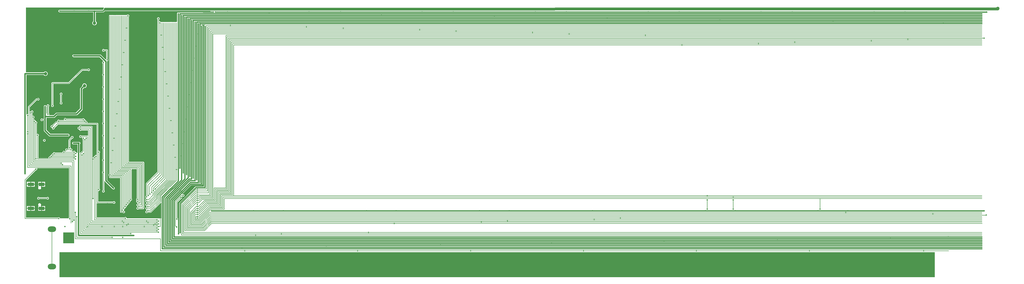
<source format=gbl>
G04*
G04 #@! TF.GenerationSoftware,Altium Limited,Altium Designer,18.1.7 (191)*
G04*
G04 Layer_Physical_Order=2*
G04 Layer_Color=16711680*
%FSLAX44Y44*%
%MOMM*%
G71*
G01*
G75*
%ADD10C,0.2000*%
%ADD90C,0.4000*%
%ADD91C,0.5000*%
%ADD92C,1.0000*%
%ADD145R,4.0000X4.0000*%
%ADD146O,3.0000X2.0000*%
%ADD147R,2.0000X1.2000*%
%ADD148R,2.3000X1.2000*%
%ADD149C,0.5080*%
%ADD150C,0.4800*%
%ADD151C,1.2000*%
%ADD152C,1.2700*%
%ADD153R,314.0000X9.0000*%
G36*
X559807Y1178730D02*
X558888Y1177532D01*
X558183Y1175829D01*
X557943Y1174001D01*
X557977Y1173745D01*
X555400Y1171168D01*
X555283Y1171145D01*
X555184Y1171078D01*
X527996D01*
X527756Y1171239D01*
X526000Y1171588D01*
X524244Y1171239D01*
X524004Y1171078D01*
X506816D01*
X506717Y1171145D01*
X505000Y1171486D01*
X503283Y1171145D01*
X503184Y1171078D01*
X454816D01*
X454717Y1171145D01*
X453000Y1171486D01*
X451283Y1171145D01*
X451184Y1171078D01*
X402816D01*
X402717Y1171145D01*
X401000Y1171486D01*
X399283Y1171145D01*
X397828Y1170172D01*
X396855Y1168717D01*
X396514Y1167000D01*
X396855Y1165283D01*
X397828Y1163828D01*
X399283Y1162855D01*
X401000Y1162514D01*
X402717Y1162855D01*
X402816Y1162922D01*
X451184D01*
X451283Y1162855D01*
X453000Y1162514D01*
X454717Y1162855D01*
X454816Y1162922D01*
X503184D01*
X503283Y1162855D01*
X505000Y1162514D01*
X506717Y1162855D01*
X506816Y1162922D01*
X521412D01*
Y1130563D01*
X520294Y1129706D01*
X519012Y1128035D01*
X518206Y1126088D01*
X517931Y1124000D01*
X518206Y1121911D01*
X519012Y1119966D01*
X520294Y1118294D01*
X521965Y1117012D01*
X523912Y1116206D01*
X526000Y1115931D01*
X528088Y1116206D01*
X530034Y1117012D01*
X531706Y1118294D01*
X532988Y1119966D01*
X533794Y1121911D01*
X534069Y1124000D01*
X533794Y1126088D01*
X532988Y1128035D01*
X531706Y1129706D01*
X530588Y1130563D01*
Y1162922D01*
X555184D01*
X555283Y1162855D01*
X557000Y1162514D01*
X558717Y1162855D01*
X560172Y1163828D01*
X561145Y1165283D01*
X561168Y1165400D01*
X563018Y1167250D01*
X563178Y1167183D01*
X565006Y1166943D01*
X941102Y1167060D01*
X942000Y1166162D01*
Y1162078D01*
X833000D01*
X832500Y1161979D01*
X832000Y1162078D01*
X830439Y1161768D01*
X830012Y1161482D01*
X829000Y1160946D01*
X827989Y1161482D01*
X827561Y1161768D01*
X826000Y1162078D01*
X826000D01*
X824439Y1161768D01*
X823116Y1160884D01*
X822232Y1159561D01*
X821921Y1158000D01*
Y1157000D01*
X821921Y1157000D01*
X821922Y1156999D01*
Y1128735D01*
X820652Y1127929D01*
X820000Y1128059D01*
X818829Y1127826D01*
X817837Y1127163D01*
X817163D01*
X816170Y1127826D01*
X815000Y1128059D01*
X813829Y1127826D01*
X812837Y1127163D01*
X812163D01*
X811170Y1127826D01*
X810000Y1128059D01*
X808829Y1127826D01*
X807837Y1127163D01*
X807163D01*
X806170Y1127826D01*
X805000Y1128059D01*
X803829Y1127826D01*
X802837Y1127163D01*
X802163D01*
X801170Y1127826D01*
X800000Y1128059D01*
X798829Y1127826D01*
X797837Y1127163D01*
X797163D01*
X796170Y1127826D01*
X795000Y1128059D01*
X793829Y1127826D01*
X792837Y1127163D01*
X792163D01*
X791171Y1127826D01*
X790000Y1128059D01*
X788829Y1127826D01*
X787837Y1127163D01*
X787163D01*
X786171Y1127826D01*
X785000Y1128059D01*
X783829Y1127826D01*
X783427Y1127557D01*
X782500Y1127268D01*
X781573Y1127557D01*
X781171Y1127826D01*
X780000Y1128059D01*
X778829Y1127826D01*
X777837Y1127163D01*
X777163D01*
X776171Y1127826D01*
X775000Y1128059D01*
X773829Y1127826D01*
X772837Y1127163D01*
X772163D01*
X771171Y1127826D01*
X770000Y1128059D01*
X768829Y1127826D01*
X767837Y1127163D01*
X767163D01*
X766171Y1127826D01*
X765000Y1128059D01*
X763829Y1127826D01*
X763652Y1127707D01*
X763273Y1128273D01*
X761771Y1129277D01*
X760000Y1129629D01*
X759329Y1129495D01*
X758059Y1130538D01*
Y1136583D01*
X758273Y1136727D01*
X759277Y1138229D01*
X759629Y1140000D01*
X759277Y1141771D01*
X758273Y1143273D01*
X756771Y1144277D01*
X755000Y1144629D01*
X753229Y1144277D01*
X751727Y1143273D01*
X750723Y1141771D01*
X750371Y1140000D01*
X750723Y1138229D01*
X751727Y1136727D01*
X751941Y1136584D01*
X751941Y589267D01*
X710837Y548163D01*
X710174Y547170D01*
X709941Y546000D01*
X709941Y546000D01*
Y502416D01*
X709727Y502273D01*
X708723Y500771D01*
X708371Y499000D01*
X708723Y497229D01*
X709727Y495727D01*
X710420Y495264D01*
Y493736D01*
X709727Y493273D01*
X708723Y491771D01*
X708371Y490000D01*
X708723Y488229D01*
X709727Y486727D01*
Y486273D01*
X708723Y484771D01*
X708371Y483000D01*
X708723Y481229D01*
X709727Y479727D01*
X711229Y478723D01*
X712657Y478439D01*
X712371Y477000D01*
X712657Y475561D01*
X711229Y475277D01*
X709727Y474273D01*
X708723Y472771D01*
X708371Y471000D01*
X708723Y469229D01*
X709727Y467727D01*
X711229Y466723D01*
X711761Y466617D01*
X712723Y465771D01*
X712620Y465250D01*
X712371Y464000D01*
X712657Y462561D01*
X711229Y462277D01*
X709727Y461273D01*
X708723Y459771D01*
X708371Y458000D01*
X708723Y456229D01*
X709727Y454727D01*
X711229Y453723D01*
X711761Y453617D01*
X712723Y452771D01*
X712620Y452250D01*
X712371Y451000D01*
X712657Y449561D01*
X711229Y449277D01*
X709727Y448273D01*
X708723Y446771D01*
X708371Y445000D01*
X708723Y443229D01*
X709727Y441727D01*
X711229Y440723D01*
X713000Y440371D01*
X714771Y440723D01*
X716273Y441727D01*
X716416Y441941D01*
X727000D01*
X727000Y441941D01*
X728170Y442174D01*
X729163Y442837D01*
X763748Y477423D01*
X764922Y476937D01*
Y421820D01*
X641777D01*
X641629Y422000D01*
X641277Y423771D01*
X640273Y425273D01*
X638771Y426277D01*
X637000Y426629D01*
X635229Y426277D01*
X633727Y425273D01*
X633584Y425059D01*
X534059D01*
Y475278D01*
X535329Y476075D01*
X536000Y475941D01*
X592584D01*
X592727Y475727D01*
X594229Y474723D01*
X596000Y474371D01*
X597771Y474723D01*
X599273Y475727D01*
X600277Y477229D01*
X600629Y479000D01*
X600277Y480771D01*
X599273Y482273D01*
X597771Y483277D01*
X596000Y483629D01*
X594229Y483277D01*
X592727Y482273D01*
X592584Y482059D01*
X539059D01*
Y519462D01*
X540329Y520504D01*
X541000Y520371D01*
X542771Y520723D01*
X544273Y521727D01*
X545277Y523229D01*
X545629Y525000D01*
X545277Y526771D01*
X544273Y528273D01*
X544059Y528416D01*
Y656584D01*
X544273Y656727D01*
X545277Y658229D01*
X545629Y660000D01*
X545277Y661771D01*
X544273Y663273D01*
X542771Y664277D01*
X541000Y664629D01*
X540329Y664495D01*
X539059Y665538D01*
Y762000D01*
X538826Y763170D01*
X538163Y764163D01*
X537170Y764826D01*
X536000Y765059D01*
X501538D01*
X500495Y766329D01*
X500629Y767000D01*
X500277Y768771D01*
X499273Y770273D01*
X497771Y771277D01*
X496818Y771466D01*
X495885Y771885D01*
X495466Y772818D01*
X495277Y773771D01*
X494273Y775273D01*
X492771Y776277D01*
X491000Y776629D01*
X490629Y777000D01*
X490277Y778771D01*
X489273Y780273D01*
X487771Y781277D01*
X486000Y781629D01*
X484229Y781277D01*
X482727Y780273D01*
X482584Y780059D01*
X425085D01*
X424273Y781273D01*
X422771Y782277D01*
X421000Y782629D01*
X419229Y782277D01*
X417727Y781273D01*
X416723Y779771D01*
X416371Y778000D01*
X416703Y776329D01*
X416677Y776029D01*
X416158Y775059D01*
X400416D01*
X400273Y775273D01*
X398771Y776277D01*
X397000Y776629D01*
X395229Y776277D01*
X393727Y775273D01*
X392723Y773771D01*
X392371Y772000D01*
X392505Y771329D01*
X391462Y770059D01*
X388000D01*
X386829Y769826D01*
X385837Y769163D01*
X385837Y769163D01*
X373253Y756579D01*
X373000Y756629D01*
X371229Y756277D01*
X369727Y755273D01*
X368723Y753771D01*
X368371Y752000D01*
X368723Y750229D01*
X369727Y748727D01*
X371229Y747723D01*
X372545Y747461D01*
X373423Y746259D01*
X373371Y746000D01*
X373723Y744229D01*
X374727Y742727D01*
X376229Y741723D01*
X378000Y741371D01*
X379771Y741723D01*
X381273Y742727D01*
X382277Y744229D01*
X382629Y746000D01*
X382579Y746253D01*
X395267Y758941D01*
X532941D01*
Y650538D01*
X531671Y649495D01*
X531000Y649629D01*
X529229Y649277D01*
X527727Y648273D01*
X526723Y646771D01*
X526534Y645818D01*
X526115Y644885D01*
X525182Y644466D01*
X524229Y644277D01*
X522727Y643273D01*
X521723Y641771D01*
X521376Y640025D01*
X520265Y639548D01*
X519059Y640538D01*
Y751000D01*
X519059Y751000D01*
X518826Y752170D01*
X518163Y753163D01*
X517170Y753826D01*
X516000Y754059D01*
X479417D01*
X479273Y754273D01*
X477771Y755277D01*
X476000Y755629D01*
X474229Y755277D01*
X472727Y754273D01*
X471723Y752771D01*
X471496Y751626D01*
X470259Y750577D01*
X470000Y750629D01*
X468229Y750277D01*
X466727Y749273D01*
X465723Y747772D01*
X465371Y746000D01*
X465723Y744229D01*
X466727Y742727D01*
X468229Y741723D01*
X470000Y741371D01*
X470259Y741423D01*
X471461Y740545D01*
X471723Y739229D01*
X472727Y737727D01*
X474229Y736723D01*
X476000Y736371D01*
X477771Y736723D01*
X479273Y737727D01*
X479416Y737941D01*
X502941D01*
Y719722D01*
X501671Y718925D01*
X501000Y719059D01*
X500500Y718959D01*
X500000Y719059D01*
X479416D01*
X479273Y719273D01*
X477771Y720277D01*
X476000Y720629D01*
X474229Y720277D01*
X472727Y719273D01*
X471723Y717771D01*
X471371Y716000D01*
X471723Y714229D01*
X472727Y712727D01*
X474229Y711723D01*
X476000Y711371D01*
X477771Y711723D01*
X479273Y712727D01*
X479416Y712941D01*
X481158D01*
X481677Y711971D01*
X481703Y711671D01*
X481371Y710000D01*
X481723Y708229D01*
X482727Y706727D01*
X482941Y706584D01*
Y665267D01*
X474858Y657184D01*
X473588Y657710D01*
Y688269D01*
X474273Y688727D01*
X475277Y690229D01*
X475629Y692000D01*
X475277Y693771D01*
X474273Y695273D01*
X472771Y696277D01*
X471000Y696629D01*
X469897Y696410D01*
X469000Y696588D01*
X450205D01*
X450000Y696629D01*
X448229Y696277D01*
X446727Y695273D01*
X445723Y693771D01*
X445371Y692000D01*
X445723Y690229D01*
X446727Y688727D01*
X448229Y687723D01*
X450000Y687371D01*
X450205Y687412D01*
X464412D01*
Y657184D01*
X464035Y657047D01*
X463142Y656973D01*
X462273Y658273D01*
X460771Y659277D01*
X459000Y659629D01*
X458741Y659577D01*
X457504Y660626D01*
X457277Y661771D01*
X456273Y663273D01*
X454771Y664277D01*
X453000Y664629D01*
X451229Y664277D01*
X449727Y663273D01*
X449584Y663059D01*
X445063D01*
X444677Y664329D01*
X445273Y664727D01*
X446277Y666229D01*
X446629Y668000D01*
X446277Y669771D01*
X445273Y671273D01*
X443772Y672277D01*
X442000Y672629D01*
X441312Y672492D01*
X440991Y672720D01*
X440350Y673596D01*
X440629Y675000D01*
X440277Y676771D01*
X439273Y678273D01*
X439059Y678416D01*
Y701733D01*
X445747Y708421D01*
X446000Y708371D01*
X447771Y708723D01*
X449273Y709727D01*
X450277Y711229D01*
X450629Y713000D01*
X450277Y714771D01*
X449273Y716273D01*
X447771Y717277D01*
X446000Y717629D01*
X444229Y717277D01*
X442727Y716273D01*
X441723Y714771D01*
X441371Y713000D01*
X441421Y712747D01*
X433837Y705163D01*
X433174Y704171D01*
X432941Y703000D01*
X432941Y703000D01*
Y678416D01*
X432727Y678273D01*
X431723Y676771D01*
X431371Y675000D01*
X431723Y673229D01*
X432325Y672329D01*
X431646Y671059D01*
X429416D01*
X429273Y671273D01*
X427771Y672277D01*
X426000Y672629D01*
X424229Y672277D01*
X422727Y671273D01*
X421723Y669771D01*
X421371Y668000D01*
X421723Y666229D01*
X422727Y664727D01*
X423323Y664329D01*
X422937Y663059D01*
X419417D01*
X419273Y663273D01*
X417771Y664277D01*
X416000Y664629D01*
X414229Y664277D01*
X412727Y663273D01*
X411723Y661771D01*
X411371Y660000D01*
X411505Y659329D01*
X410462Y658059D01*
X384417D01*
X384273Y658273D01*
X382771Y659277D01*
X381000Y659629D01*
X379229Y659277D01*
X377727Y658273D01*
X376723Y656771D01*
X376371Y655000D01*
X375182Y654466D01*
X374229Y654277D01*
X372727Y653273D01*
X371723Y651771D01*
X371534Y650818D01*
X371000Y649629D01*
X369229Y649277D01*
X367727Y648273D01*
X366723Y646771D01*
X366371Y645000D01*
X365182Y644466D01*
X364229Y644277D01*
X362727Y643273D01*
X361723Y641771D01*
X361371Y640000D01*
X361505Y639329D01*
X360462Y638059D01*
X325059D01*
Y717584D01*
X325273Y717727D01*
X326277Y719229D01*
X326629Y721000D01*
X326277Y722771D01*
X325273Y724273D01*
X323771Y725277D01*
X322000Y725629D01*
X320329Y725296D01*
X320029Y725323D01*
X319059Y725842D01*
Y762584D01*
X319273Y762727D01*
X320277Y764229D01*
X320629Y766000D01*
X320277Y767771D01*
X319273Y769273D01*
X317771Y770277D01*
X316000Y770629D01*
X315466Y771818D01*
X315277Y772771D01*
X314273Y774273D01*
X312771Y775277D01*
X311000Y775629D01*
X310329Y775496D01*
X309059Y776538D01*
Y782584D01*
X309273Y782727D01*
X310277Y784229D01*
X310629Y786000D01*
X310277Y787771D01*
X309273Y789273D01*
X307771Y790277D01*
X306000Y790629D01*
X305329Y790495D01*
X304059Y791538D01*
Y800915D01*
X305273Y801727D01*
X306277Y803229D01*
X306629Y805000D01*
X306277Y806771D01*
X305273Y808273D01*
X303771Y809277D01*
X302000Y809629D01*
X300229Y809277D01*
X298727Y808273D01*
X297723Y806771D01*
X297439Y805343D01*
X296000Y805629D01*
X295329Y805495D01*
X294059Y806538D01*
Y821733D01*
X319267Y846941D01*
X320584D01*
X320727Y846727D01*
X322229Y845723D01*
X324000Y845371D01*
X325771Y845723D01*
X327273Y846727D01*
X328277Y848229D01*
X328629Y850000D01*
X328277Y851771D01*
X327273Y853273D01*
X325771Y854277D01*
X324000Y854629D01*
X322229Y854277D01*
X320727Y853273D01*
X320584Y853059D01*
X318000D01*
X316829Y852826D01*
X315837Y852163D01*
X315837Y852163D01*
X288837Y825163D01*
X288174Y824171D01*
X287941Y823000D01*
X287941Y823000D01*
Y797538D01*
X286671Y796495D01*
X286000Y796629D01*
X284229Y796277D01*
X282858Y795361D01*
X282260Y795512D01*
X281588Y795855D01*
Y937412D01*
X343437D01*
X344294Y936294D01*
X345965Y935012D01*
X347912Y934206D01*
X350000Y933931D01*
X352088Y934206D01*
X354035Y935012D01*
X355706Y936294D01*
X356988Y937965D01*
X357794Y939912D01*
X358069Y942000D01*
X357794Y944088D01*
X356988Y946034D01*
X355706Y947706D01*
X354035Y948988D01*
X352088Y949794D01*
X350000Y950069D01*
X347912Y949794D01*
X345965Y948988D01*
X344294Y947706D01*
X343437Y946588D01*
X280000D01*
Y1180000D01*
X559404Y1180000D01*
X559807Y1178730D01*
D02*
G37*
G36*
X923576Y1116652D02*
X923268Y1116267D01*
X922906Y1116306D01*
X922000Y1116486D01*
X920283Y1116145D01*
X918828Y1115172D01*
X917855Y1113717D01*
X917514Y1112000D01*
X917855Y1110283D01*
X917922Y1110184D01*
Y537078D01*
X890000D01*
X888439Y536768D01*
X887116Y535884D01*
X887116Y535884D01*
X830116Y478884D01*
X829232Y477561D01*
X828922Y476000D01*
X828922Y476000D01*
Y421820D01*
X825152D01*
X824059Y422946D01*
Y479733D01*
X835866Y491540D01*
X836000Y491514D01*
X837717Y491855D01*
X839172Y492828D01*
X840145Y494283D01*
X840486Y496000D01*
X840145Y497717D01*
X839172Y499172D01*
X838646Y499524D01*
X838581Y499766D01*
X839270Y500941D01*
X840752D01*
X840828Y500828D01*
X842283Y499855D01*
X844000Y499514D01*
X845717Y499855D01*
X847172Y500828D01*
X848145Y502283D01*
X848486Y504000D01*
X848145Y505717D01*
X847172Y507172D01*
X845717Y508145D01*
X844000Y508486D01*
X842283Y508145D01*
X841600Y507688D01*
X841327Y507763D01*
X840952Y509184D01*
X872689Y540922D01*
X910000D01*
X911561Y541232D01*
X912884Y542116D01*
X913768Y543439D01*
X914078Y545000D01*
X914078Y1110184D01*
X914145Y1110283D01*
X914486Y1112000D01*
X914145Y1113717D01*
X913172Y1115172D01*
X911717Y1116145D01*
X910000Y1116486D01*
X909659Y1116418D01*
X909420Y1116937D01*
X910104Y1117922D01*
X922966D01*
X923576Y1116652D01*
D02*
G37*
G36*
X433941Y423416D02*
X433727Y423273D01*
X432756Y421820D01*
X402466D01*
X402277Y422771D01*
X401273Y424273D01*
X399771Y425277D01*
X398000Y425629D01*
X396229Y425277D01*
X394727Y424273D01*
X394584Y424059D01*
X280059D01*
Y558733D01*
X315747Y594421D01*
X316000Y594371D01*
X317771Y594723D01*
X319273Y595727D01*
X320277Y597229D01*
X320629Y599000D01*
X320297Y600671D01*
X320323Y600971D01*
X320842Y601941D01*
X433941D01*
Y423416D01*
D02*
G37*
%LPC*%
G36*
X646000Y1154629D02*
X644229Y1154277D01*
X642727Y1153273D01*
X642349Y1152707D01*
X642170Y1152826D01*
X641000Y1153059D01*
X639829Y1152826D01*
X638837Y1152163D01*
X638163D01*
X637170Y1152826D01*
X636000Y1153059D01*
X634829Y1152826D01*
X633837Y1152163D01*
X633163D01*
X632170Y1152826D01*
X631000Y1153059D01*
X629829Y1152826D01*
X628837Y1152163D01*
X628163D01*
X627170Y1152826D01*
X626000Y1153059D01*
X624829Y1152826D01*
X623837Y1152163D01*
X623163D01*
X622170Y1152826D01*
X621000Y1153059D01*
X619829Y1152826D01*
X618837Y1152163D01*
X618163D01*
X617170Y1152826D01*
X616000Y1153059D01*
X614829Y1152826D01*
X614427Y1152557D01*
X613500Y1152268D01*
X612573Y1152557D01*
X612170Y1152826D01*
X611000Y1153059D01*
X609829Y1152826D01*
X608837Y1152163D01*
X608163D01*
X607170Y1152826D01*
X606000Y1153059D01*
X604829Y1152826D01*
X603837Y1152163D01*
X603163D01*
X602170Y1152826D01*
X601000Y1153059D01*
X599829Y1152826D01*
X598837Y1152163D01*
X598163D01*
X597170Y1152826D01*
X596000Y1153059D01*
X594829Y1152826D01*
X593837Y1152163D01*
X593163D01*
X592170Y1152826D01*
X591000Y1153059D01*
X589829Y1152826D01*
X588837Y1152163D01*
X588163D01*
X587170Y1152826D01*
X586000Y1153059D01*
X584829Y1152826D01*
X584427Y1152557D01*
X583500Y1152268D01*
X582573Y1152557D01*
X582170Y1152826D01*
X581000Y1153059D01*
X579829Y1152826D01*
X578837Y1152163D01*
X578174Y1151171D01*
X577941Y1150000D01*
X577941Y581416D01*
X577727Y581273D01*
X576723Y579771D01*
X576371Y578000D01*
X576723Y576228D01*
X577727Y574727D01*
X577941Y574584D01*
Y570000D01*
X578174Y568829D01*
X578837Y567837D01*
X579829Y567174D01*
X581000Y566941D01*
X617941D01*
Y445000D01*
X618174Y443829D01*
X618837Y442837D01*
X619829Y442174D01*
X621000Y441941D01*
X627584D01*
X627727Y441727D01*
X629229Y440723D01*
X631000Y440371D01*
X632771Y440723D01*
X634273Y441727D01*
X635277Y443229D01*
X635629Y445000D01*
X635277Y446771D01*
X634273Y448273D01*
X632771Y449277D01*
X631455Y449538D01*
X630578Y450741D01*
X630629Y451000D01*
X630391Y452197D01*
X630888Y453155D01*
X631340Y453439D01*
X632771Y453723D01*
X634273Y454727D01*
X635277Y456229D01*
X635629Y458000D01*
X635577Y458259D01*
X636455Y459462D01*
X637771Y459723D01*
X639273Y460727D01*
X640277Y462229D01*
X640629Y464000D01*
X640391Y465197D01*
X640888Y466155D01*
X641340Y466439D01*
X642771Y466723D01*
X644273Y467727D01*
X645277Y469229D01*
X645629Y471000D01*
X645577Y471259D01*
X646455Y472462D01*
X647771Y472723D01*
X649273Y473727D01*
X650277Y475229D01*
X650629Y477000D01*
X650391Y478197D01*
X650888Y479155D01*
X651340Y479439D01*
X652771Y479723D01*
X654273Y480727D01*
X655277Y482229D01*
X655629Y484000D01*
X655577Y484259D01*
X656626Y485496D01*
X657771Y485723D01*
X659273Y486727D01*
X660277Y488229D01*
X660629Y490000D01*
X660277Y491771D01*
X659273Y493273D01*
X659059Y493416D01*
Y598000D01*
X659831Y598941D01*
X676941D01*
Y493416D01*
X676727Y493273D01*
X675723Y491771D01*
X675371Y490000D01*
X675723Y488229D01*
X676727Y486727D01*
Y486273D01*
X675723Y484771D01*
X675371Y483000D01*
X675723Y481229D01*
X676727Y479727D01*
X678229Y478723D01*
X679545Y478462D01*
X680423Y477259D01*
X680371Y477000D01*
X680620Y475750D01*
X680723Y475229D01*
X679761Y474383D01*
X679229Y474277D01*
X677727Y473273D01*
X676723Y471771D01*
X676371Y470000D01*
X676723Y468229D01*
X677727Y466727D01*
X679229Y465723D01*
X680657Y465439D01*
X680371Y464000D01*
X680657Y462561D01*
X679229Y462277D01*
X677727Y461273D01*
X676723Y459771D01*
X676371Y458000D01*
X676723Y456229D01*
X677727Y454727D01*
X679229Y453723D01*
X681000Y453371D01*
X682771Y453723D01*
X684273Y454727D01*
X684416Y454941D01*
X701000D01*
X702170Y455174D01*
X703163Y455837D01*
X703826Y456829D01*
X704059Y458000D01*
Y622000D01*
X703826Y623171D01*
X703163Y624163D01*
X702170Y624826D01*
X701000Y625059D01*
X649059D01*
Y1146583D01*
X649273Y1146727D01*
X650277Y1148229D01*
X650629Y1150000D01*
X650277Y1151771D01*
X649273Y1153273D01*
X647771Y1154277D01*
X646000Y1154629D01*
D02*
G37*
G36*
X558000Y1030629D02*
X556229Y1030277D01*
X554727Y1029273D01*
X553723Y1027771D01*
X553371Y1026000D01*
X553723Y1024229D01*
X554727Y1022727D01*
X556229Y1021723D01*
X558000Y1021371D01*
X559771Y1021723D01*
X561273Y1022727D01*
X561416Y1022941D01*
X567941D01*
Y995416D01*
X567727Y995273D01*
X566723Y993771D01*
X566653Y993419D01*
X565438Y993051D01*
X549244Y1009244D01*
X547756Y1010239D01*
X546000Y1010588D01*
X451205D01*
X451000Y1010629D01*
X449229Y1010277D01*
X447727Y1009273D01*
X446723Y1007771D01*
X446371Y1006000D01*
X446723Y1004229D01*
X447727Y1002727D01*
X449229Y1001723D01*
X451000Y1001371D01*
X451205Y1001412D01*
X544100D01*
X557656Y987855D01*
X557238Y986477D01*
X556229Y986277D01*
X554727Y985273D01*
X553723Y983771D01*
X553371Y982000D01*
X553723Y980229D01*
X554727Y978727D01*
X554941Y978584D01*
Y941416D01*
X554727Y941273D01*
X553723Y939771D01*
X553371Y938000D01*
X553723Y936229D01*
X554727Y934727D01*
X554941Y934584D01*
Y897416D01*
X554727Y897273D01*
X553723Y895771D01*
X553371Y894000D01*
X553723Y892228D01*
X554727Y890727D01*
X554941Y890583D01*
Y853416D01*
X554727Y853273D01*
X553723Y851771D01*
X553371Y850000D01*
X553723Y848229D01*
X554727Y846727D01*
X554941Y846583D01*
Y809416D01*
X554727Y809273D01*
X553723Y807771D01*
X553371Y806000D01*
X553723Y804229D01*
X554727Y802727D01*
X554941Y802583D01*
Y766416D01*
X554727Y766273D01*
X553723Y764771D01*
X553371Y763000D01*
X553723Y761229D01*
X554727Y759727D01*
X554941Y759584D01*
Y722416D01*
X554727Y722273D01*
X553723Y720771D01*
X553371Y719000D01*
X553723Y717228D01*
X554727Y715727D01*
X554941Y715583D01*
Y678416D01*
X554727Y678273D01*
X553723Y676771D01*
X553371Y675000D01*
X553723Y673229D01*
X554727Y671727D01*
X554941Y671583D01*
Y634416D01*
X554727Y634273D01*
X553723Y632771D01*
X553371Y631000D01*
X553723Y629229D01*
X554727Y627727D01*
X554941Y627584D01*
Y590416D01*
X554727Y590273D01*
X553723Y588771D01*
X553371Y587000D01*
X553723Y585229D01*
X554727Y583727D01*
X554941Y583583D01*
Y522416D01*
X554727Y522273D01*
X553723Y520771D01*
X553371Y519000D01*
X553723Y517229D01*
X554727Y515727D01*
X556229Y514723D01*
X558000Y514371D01*
X559771Y514723D01*
X561273Y515727D01*
X562277Y517229D01*
X562629Y519000D01*
X562277Y520771D01*
X561273Y522273D01*
X561059Y522416D01*
Y582350D01*
X561174Y582543D01*
X562412Y581779D01*
Y557000D01*
X562412Y557000D01*
X562761Y555244D01*
X563756Y553756D01*
X590611Y526901D01*
X590727Y526727D01*
X592229Y525723D01*
X594000Y525371D01*
X595771Y525723D01*
X597273Y526727D01*
X598277Y528229D01*
X598629Y530000D01*
X598277Y531771D01*
X597273Y533273D01*
X597099Y533389D01*
X571588Y558900D01*
X571588Y985000D01*
X571360Y986148D01*
X572027Y987458D01*
X572196Y987609D01*
X572771Y987723D01*
X574273Y988727D01*
X575277Y990229D01*
X575629Y992000D01*
X575277Y993771D01*
X574273Y995273D01*
X574059Y995416D01*
Y1026000D01*
X573826Y1027170D01*
X573163Y1028163D01*
X572170Y1028826D01*
X571000Y1029059D01*
X561416D01*
X561273Y1029273D01*
X559771Y1030277D01*
X558000Y1030629D01*
D02*
G37*
G36*
X505000Y960629D02*
X503229Y960277D01*
X501727Y959273D01*
X501584Y959059D01*
X482000D01*
X482000Y959059D01*
X480829Y958826D01*
X479837Y958163D01*
X432733Y911059D01*
X375000D01*
X373829Y910826D01*
X372837Y910163D01*
X372174Y909171D01*
X371941Y908000D01*
Y830416D01*
X371727Y830273D01*
X370723Y828771D01*
X370371Y827000D01*
X370723Y825229D01*
X371727Y823727D01*
X373229Y822723D01*
X375000Y822371D01*
X376771Y822723D01*
X378273Y823727D01*
X379277Y825229D01*
X379629Y827000D01*
X379277Y828771D01*
X378273Y830273D01*
X378059Y830416D01*
Y904941D01*
X434000D01*
X434000Y904941D01*
X435171Y905174D01*
X436163Y905837D01*
X483267Y952941D01*
X501584D01*
X501727Y952727D01*
X503229Y951723D01*
X505000Y951371D01*
X506771Y951723D01*
X508273Y952727D01*
X509277Y954229D01*
X509629Y956000D01*
X509277Y957771D01*
X508273Y959273D01*
X506771Y960277D01*
X505000Y960629D01*
D02*
G37*
G36*
X490000Y907069D02*
X487912Y906794D01*
X485965Y905988D01*
X484294Y904706D01*
X483012Y903035D01*
X482206Y901088D01*
X481931Y899000D01*
X482115Y897604D01*
X475756Y891244D01*
X474761Y889756D01*
X474412Y888000D01*
Y816900D01*
X459100Y801588D01*
X390000D01*
X388244Y801239D01*
X386756Y800244D01*
X379100Y792588D01*
X363708D01*
X363029Y793858D01*
X363277Y794229D01*
X363629Y796000D01*
X363277Y797771D01*
X362273Y799273D01*
X362059Y799416D01*
Y823584D01*
X362273Y823727D01*
X363277Y825229D01*
X363629Y827000D01*
X363277Y828771D01*
X362273Y830273D01*
X360771Y831277D01*
X359000Y831629D01*
X357229Y831277D01*
X355727Y830273D01*
X354723Y828771D01*
X354371Y827000D01*
X354723Y825229D01*
X355727Y823727D01*
X355941Y823584D01*
Y799416D01*
X355727Y799273D01*
X354858Y797973D01*
X353965Y798047D01*
X353588Y798184D01*
Y823795D01*
X353629Y824000D01*
X353277Y825771D01*
X352273Y827273D01*
X350771Y828277D01*
X349000Y828629D01*
X347229Y828277D01*
X345727Y827273D01*
X344723Y825771D01*
X344371Y824000D01*
X344412Y823795D01*
Y788000D01*
Y779059D01*
X340416D01*
X340273Y779273D01*
X338772Y780277D01*
X337000Y780629D01*
X335229Y780277D01*
X333727Y779273D01*
X332723Y777771D01*
X332371Y776000D01*
X332723Y774229D01*
X333727Y772727D01*
X335229Y771723D01*
X337000Y771371D01*
X338772Y771723D01*
X340273Y772727D01*
X340416Y772941D01*
X344412D01*
Y738000D01*
X344761Y736244D01*
X345756Y734756D01*
X362756Y717756D01*
X364244Y716761D01*
X366000Y716412D01*
X420795D01*
X421000Y716371D01*
X421205Y716412D01*
X431795D01*
X432000Y716371D01*
X433771Y716723D01*
X435273Y717727D01*
X436277Y719229D01*
X436629Y721000D01*
X436277Y722772D01*
X435273Y724273D01*
X433771Y725277D01*
X432000Y725629D01*
X431795Y725588D01*
X421205D01*
X421000Y725629D01*
X420795Y725588D01*
X367901D01*
X353588Y739901D01*
Y783412D01*
X381000D01*
X382756Y783761D01*
X384244Y784756D01*
X391900Y792412D01*
X460795D01*
X461000Y792371D01*
X462771Y792723D01*
X464273Y793727D01*
X464389Y793901D01*
X482244Y811756D01*
X482244Y811756D01*
X483239Y813244D01*
X483588Y815000D01*
Y886099D01*
X488604Y891115D01*
X490000Y890931D01*
X492088Y891206D01*
X494035Y892012D01*
X495706Y893294D01*
X496988Y894966D01*
X497794Y896912D01*
X498069Y899000D01*
X497794Y901088D01*
X496988Y903035D01*
X495706Y904706D01*
X494035Y905988D01*
X492088Y906794D01*
X490000Y907069D01*
D02*
G37*
G36*
X406000Y873629D02*
X404229Y873277D01*
X402727Y872273D01*
X401723Y870771D01*
X401371Y869000D01*
X401723Y867229D01*
X402727Y865727D01*
X402941Y865584D01*
Y839416D01*
X402727Y839273D01*
X401723Y837771D01*
X401371Y836000D01*
X401723Y834229D01*
X402727Y832727D01*
X404229Y831723D01*
X406000Y831371D01*
X407771Y831723D01*
X409273Y832727D01*
X410277Y834229D01*
X410629Y836000D01*
X410277Y837771D01*
X409273Y839273D01*
X409059Y839416D01*
Y865583D01*
X409273Y865727D01*
X410277Y867229D01*
X410629Y869000D01*
X410277Y870771D01*
X409273Y872273D01*
X407771Y873277D01*
X406000Y873629D01*
D02*
G37*
G36*
X346000Y706629D02*
X344229Y706277D01*
X342727Y705273D01*
X341723Y703771D01*
X341371Y702000D01*
X341723Y700229D01*
X342727Y698727D01*
X344229Y697723D01*
X346000Y697371D01*
X347771Y697723D01*
X349273Y698727D01*
X350277Y700229D01*
X350629Y702000D01*
X350277Y703771D01*
X349273Y705273D01*
X347771Y706277D01*
X346000Y706629D01*
D02*
G37*
G36*
X348900Y552740D02*
X337630D01*
Y545470D01*
X348900D01*
Y552740D01*
D02*
G37*
G36*
X335090D02*
X323820D01*
Y545470D01*
X335090D01*
Y552740D01*
D02*
G37*
G36*
X311800D02*
X299030D01*
Y545470D01*
X311800D01*
Y552740D01*
D02*
G37*
G36*
X296490D02*
X283720D01*
Y545470D01*
X296490D01*
Y552740D01*
D02*
G37*
G36*
X348900Y542930D02*
X337630D01*
Y535660D01*
X348900D01*
Y542930D01*
D02*
G37*
G36*
X311800D02*
X299030D01*
Y535660D01*
X311800D01*
Y542930D01*
D02*
G37*
G36*
X296490D02*
X283720D01*
Y535660D01*
X296490D01*
Y542930D01*
D02*
G37*
G36*
X335090D02*
X323820D01*
Y535660D01*
X324603D01*
X325141Y534390D01*
X324245Y533049D01*
X323838Y531000D01*
X324245Y528952D01*
X325405Y527215D01*
X327142Y526055D01*
X329190Y525647D01*
X331239Y526055D01*
X332975Y527215D01*
X334136Y528952D01*
X334543Y531000D01*
X334136Y533049D01*
X333239Y534390D01*
X333778Y535660D01*
X335090D01*
Y542930D01*
D02*
G37*
G36*
X358000Y498629D02*
X356229Y498277D01*
X354727Y497273D01*
X354584Y497059D01*
X328416D01*
X328273Y497273D01*
X326771Y498277D01*
X325000Y498629D01*
X323229Y498277D01*
X321727Y497273D01*
X320723Y495771D01*
X320371Y494000D01*
X320723Y492229D01*
X321727Y490727D01*
X323229Y489723D01*
X325000Y489371D01*
X326771Y489723D01*
X328273Y490727D01*
X328416Y490941D01*
X354584D01*
X354727Y490727D01*
X356229Y489723D01*
X358000Y489371D01*
X359771Y489723D01*
X361273Y490727D01*
X362277Y492229D01*
X362629Y494000D01*
X362277Y495771D01*
X361273Y497273D01*
X359771Y498277D01*
X358000Y498629D01*
D02*
G37*
G36*
X348900Y466240D02*
X337630D01*
Y458970D01*
X348900D01*
Y466240D01*
D02*
G37*
G36*
X329190Y476353D02*
X327142Y475946D01*
X325405Y474785D01*
X324245Y473049D01*
X323838Y471000D01*
X324245Y468952D01*
X325208Y467510D01*
X324753Y466240D01*
X323820D01*
Y458970D01*
X335090D01*
Y466240D01*
X333628D01*
X333172Y467510D01*
X334136Y468952D01*
X334543Y471000D01*
X334136Y473049D01*
X332975Y474785D01*
X331239Y475946D01*
X329190Y476353D01*
D02*
G37*
G36*
X311800Y466240D02*
X299030D01*
Y458970D01*
X311800D01*
Y466240D01*
D02*
G37*
G36*
X296490D02*
X283720D01*
Y458970D01*
X296490D01*
Y466240D01*
D02*
G37*
G36*
X348900Y456430D02*
X337630D01*
Y449160D01*
X348900D01*
Y456430D01*
D02*
G37*
G36*
X335090D02*
X323820D01*
Y449160D01*
X335090D01*
Y456430D01*
D02*
G37*
G36*
X311800D02*
X299030D01*
Y449160D01*
X311800D01*
Y456430D01*
D02*
G37*
G36*
X296490D02*
X283720D01*
Y449160D01*
X296490D01*
Y456430D01*
D02*
G37*
%LPD*%
D10*
X707000Y553000D02*
X708000D01*
X666000Y432000D02*
X762000D01*
X597000Y392000D02*
X704000D01*
X428000Y757000D02*
X437000D01*
X373000Y382000D02*
X373000D01*
X707000Y525000D02*
Y553000D01*
Y506000D02*
Y525000D01*
X666000Y526000D02*
Y535000D01*
Y432000D02*
Y526000D01*
X531000Y422000D02*
X637000D01*
X491000Y704000D02*
X491000D01*
X481000Y649000D02*
X481000D01*
X1025000Y503000D02*
X3709000D01*
X3532000Y438000D02*
X3533000Y439000D01*
X891000Y464000D02*
X896000D01*
X511000Y407000D02*
X750000D01*
X397000Y421000D02*
X398000Y420000D01*
X277000Y421000D02*
X397000D01*
X277000D02*
Y560000D01*
X301000Y620000D02*
Y805000D01*
X359000Y796000D02*
Y827000D01*
X397000Y772000D02*
X491000D01*
X318000Y850000D02*
X324000D01*
X291000Y823000D02*
X318000Y850000D01*
X339000Y862000D02*
Y879000D01*
Y788000D02*
Y862000D01*
X343000D01*
X291000Y610000D02*
Y823000D01*
X482000Y956000D02*
X505000D01*
X434000Y908000D02*
X482000Y956000D01*
X286000Y792000D02*
Y793000D01*
Y733000D02*
Y792000D01*
X558000Y763000D02*
Y982000D01*
Y1027000D02*
X559000Y1026000D01*
X558000Y519000D02*
Y631000D01*
X571000Y992000D02*
Y1026000D01*
X559000D02*
X571000D01*
X462000Y353000D02*
X589000D01*
X462000D02*
Y426000D01*
X375000Y908000D02*
X434000D01*
X375000Y827000D02*
Y908000D01*
X423000Y889000D02*
X469000D01*
Y817000D02*
Y889000D01*
X576000Y957000D02*
Y998000D01*
Y1045000D01*
X467000Y1139000D02*
Y1159000D01*
Y1113000D02*
Y1138000D01*
X406000Y869000D02*
Y870000D01*
Y836000D02*
Y869000D01*
X339000Y879000D02*
X349000Y889000D01*
X332000Y781000D02*
X339000Y788000D01*
X536000Y479000D02*
X596000D01*
X536000D02*
Y762000D01*
X521000Y493000D02*
Y635000D01*
X468000Y817000D02*
X469000D01*
X337000Y776000D02*
X348000D01*
X437000Y420000D02*
Y605000D01*
X286000D02*
X437000D01*
X442000Y405000D02*
Y610000D01*
X291000D02*
X442000D01*
X452000Y415000D02*
Y630000D01*
X311000Y630000D02*
X452000Y630000D01*
X447000Y410000D02*
Y625000D01*
X306000Y625000D02*
X447000Y625000D01*
X820000Y391000D02*
X820000D01*
X816000Y395000D02*
X820000Y391000D01*
X816000Y395000D02*
Y483000D01*
X373000Y248000D02*
Y382000D01*
X277000Y560000D02*
X316000Y599000D01*
X316000Y636000D02*
Y766000D01*
Y635000D02*
Y636000D01*
X763000Y305000D02*
Y348000D01*
X457000D02*
X763000D01*
X457000D02*
Y443000D01*
X421000Y777000D02*
X486000D01*
X476000Y654000D02*
X486000Y664000D01*
X476000Y654000D02*
X476000D01*
X476000D02*
X476000Y367000D01*
X486000Y664000D02*
Y710000D01*
X394000Y762000D02*
X536000D01*
X394000D02*
X394000D01*
X576000Y561000D02*
Y605000D01*
Y1089000D02*
Y1133000D01*
Y1045000D02*
Y1089000D01*
Y913000D02*
Y957000D01*
Y869000D02*
Y913000D01*
Y825000D02*
Y869000D01*
Y781000D02*
Y825000D01*
Y737000D02*
Y781000D01*
Y693000D02*
Y737000D01*
Y649000D02*
Y693000D01*
Y605000D02*
Y649000D01*
X406000Y869000D02*
X406000Y869000D01*
X553000Y392000D02*
X597000D01*
X501000D02*
X553000D01*
X763000Y305000D02*
X1065000D01*
X476000Y367000D02*
X656000D01*
X453000Y660000D02*
X453000Y660000D01*
X416000Y660000D02*
X453000D01*
X476000Y741000D02*
X506000D01*
X476000D02*
X476000D01*
X476000Y751000D02*
X516000D01*
X470000Y746000D02*
X511000D01*
X371000Y645000D02*
X459000D01*
X572000Y450000D02*
Y472000D01*
X286000Y605000D02*
Y726000D01*
X306000Y625000D02*
Y786000D01*
X311000Y630000D02*
Y771000D01*
X296000Y615000D02*
Y801000D01*
Y615000D02*
X411000D01*
X301000Y620000D02*
X406000D01*
X436000Y675000D02*
Y703000D01*
X322000Y635000D02*
Y721000D01*
Y635000D02*
X458000Y635000D01*
X378000Y746000D02*
X394000Y762000D01*
X373000Y752000D02*
X388000Y767000D01*
X597000Y392000D02*
X597000Y392000D01*
X681000Y484000D02*
X682000Y483000D01*
X685000D02*
Y606000D01*
X682000Y483000D02*
X685000D01*
X596000Y432000D02*
X666000D01*
X762000Y392000D02*
Y432000D01*
X755000Y392000D02*
X762000D01*
X705000D02*
X755000D01*
X481000Y372000D02*
X755000D01*
X496000Y387000D02*
X750000D01*
X1065000Y305000D02*
X1470000D01*
X3090000D02*
X3590000D01*
X2685000D02*
X3090000D01*
X2280000D02*
X2685000D01*
X1875000D02*
X2280000D01*
X1470000D02*
X1875000D01*
X526000Y417000D02*
Y640000D01*
X531000Y422000D02*
Y645000D01*
X541000Y525000D02*
Y660000D01*
X526000Y417000D02*
X750000D01*
X481000Y649000D02*
Y650000D01*
Y372000D02*
Y649000D01*
X3128000Y455000D02*
Y493000D01*
X2724000Y455000D02*
Y487000D01*
X2817000Y455000D02*
Y488000D01*
X1013000Y1115000D02*
X1014000D01*
X486000Y377000D02*
Y655000D01*
X426000Y668000D02*
X442000D01*
X496000Y710000D02*
Y710000D01*
X496000D02*
X496000Y387000D01*
X436000Y703000D02*
X446000Y713000D01*
X491000Y705000D02*
X491000Y382000D01*
X496000Y702031D02*
Y710000D01*
X496000D01*
X476000Y716000D02*
X500000D01*
X506000Y741000D02*
X506000D01*
X511000Y746000D02*
X511000D01*
X516000Y751000D02*
X516000D01*
X707000Y554000D02*
Y555000D01*
Y553000D02*
Y554000D01*
X603000Y460000D02*
Y554000D01*
X752000Y505000D02*
X805000Y558000D01*
X752000Y491000D02*
Y505000D01*
X805000Y558000D02*
Y729000D01*
X366000Y640000D02*
X453000D01*
X376000Y650000D02*
X453000D01*
X381000Y655000D02*
X459000D01*
X486000Y377000D02*
X750000D01*
X491000Y382000D02*
X755000D01*
X501000Y397000D02*
X642000D01*
X506000Y402000D02*
X647000D01*
X516000Y412000D02*
X626000D01*
X708000Y555000D02*
X741000Y588000D01*
X713000Y546000D02*
X755000Y588000D01*
X713000Y499000D02*
Y546000D01*
X596000Y453000D02*
X603000Y460000D01*
X646000Y622000D02*
X701000D01*
Y458000D02*
Y622000D01*
X681000Y458000D02*
X701000D01*
X641000Y618000D02*
X697000D01*
Y464000D02*
Y618000D01*
X685000Y464000D02*
X697000D01*
X636000Y614000D02*
X693000D01*
Y470000D02*
Y614000D01*
X681000Y470000D02*
X693000D01*
X631000Y610000D02*
X689000D01*
Y477000D02*
Y610000D01*
X685000Y477000D02*
X689000D01*
X626000Y606000D02*
X685000D01*
X679000Y490000D02*
X680000Y491000D01*
X621000Y602000D02*
X680000D01*
X656000Y490000D02*
Y598000D01*
X650000Y484000D02*
X651000Y485000D01*
Y484000D02*
Y485000D01*
X646000Y509000D02*
Y581000D01*
Y478000D02*
Y509000D01*
Y478000D02*
X647000Y477000D01*
X641000Y503000D02*
Y586000D01*
Y471000D02*
Y503000D01*
X640000Y470000D02*
X641000Y471000D01*
X635000Y464000D02*
X636000Y465000D01*
Y582000D01*
X631000Y458000D02*
Y569000D01*
Y457000D02*
Y458000D01*
Y457000D02*
X631000Y457000D01*
X626000Y463000D02*
Y574000D01*
Y451000D02*
Y463000D01*
X718000Y504000D02*
Y541000D01*
X724000Y509000D02*
Y537000D01*
X743000Y527000D02*
Y527000D01*
X780000Y564000D01*
X731000Y515000D02*
Y534000D01*
X713000Y445000D02*
X727000D01*
X764000Y482000D02*
Y502000D01*
X727000Y445000D02*
X764000Y482000D01*
X726000Y451000D02*
X760000Y485000D01*
X726000Y451000D02*
Y451000D01*
X717000Y451000D02*
X726000D01*
X760000Y485000D02*
Y503000D01*
X756000Y488000D02*
Y504000D01*
X726000Y458000D02*
X756000Y488000D01*
X726000Y458000D02*
Y458000D01*
X713000Y458000D02*
X726000D01*
X725000Y464000D02*
X752000Y491000D01*
X717000Y464000D02*
X725000D01*
X748000Y494000D02*
Y506000D01*
X725000Y471000D02*
X748000Y494000D01*
X713000Y471000D02*
X725000D01*
X744000Y497000D02*
Y507000D01*
X724000Y477000D02*
X744000Y497000D01*
X717000Y477000D02*
X724000D01*
X740000Y500000D02*
Y509000D01*
X723000Y483000D02*
X740000Y500000D01*
X713000Y483000D02*
X723000D01*
X736000Y505000D02*
Y511000D01*
X721000Y490000D02*
X736000Y505000D01*
X713000Y490000D02*
X721000D01*
X737000Y521000D02*
Y530000D01*
X775000Y568000D01*
X780000Y564000D02*
X780000Y949000D01*
X736000Y511000D02*
X785000Y560000D01*
X740000Y509000D02*
X790000Y559000D01*
X744000Y507000D02*
X795000Y558000D01*
X680000Y490000D02*
Y491000D01*
X679000Y490000D02*
X680000D01*
X516000Y751000D02*
X516000Y412000D01*
X511000Y746000D02*
X511000Y407000D01*
X506000Y741000D02*
X506000Y402000D01*
X680000Y491000D02*
Y602000D01*
X756000Y504000D02*
X810000Y558000D01*
X760000Y503000D02*
X815000Y558000D01*
X764000Y502000D02*
X820000Y558000D01*
X501000Y716000D02*
X501000Y397000D01*
X491000Y705000D02*
Y706000D01*
X388000Y767000D02*
X496000D01*
X371000Y645000D02*
Y645000D01*
X621000Y445000D02*
Y570000D01*
X581000D02*
X621000D01*
X581000D02*
Y578000D01*
X586000Y574000D02*
X626000D01*
X586000D02*
Y622000D01*
X631000Y569000D02*
Y578000D01*
X591000D02*
X631000D01*
X591000D02*
Y666000D01*
X596000Y582000D02*
X636000D01*
X596000D02*
Y710000D01*
X601000Y586000D02*
X641000D01*
X601000D02*
Y754000D01*
X646000Y581000D02*
Y590000D01*
X606000D02*
X646000D01*
X606000D02*
Y798000D01*
X651000Y485000D02*
Y594000D01*
X611000D02*
X651000D01*
X611000D02*
Y842000D01*
X616000Y598000D02*
X656000D01*
X616000D02*
Y886000D01*
X621000Y602000D02*
Y930000D01*
X626000Y606000D02*
Y974000D01*
X631000Y610000D02*
Y1018000D01*
X636000Y614000D02*
Y1062000D01*
X641000Y1106000D02*
X641000Y618000D01*
X646000Y622000D02*
Y1150000D01*
X432000Y721000D02*
X433000D01*
X421000D02*
X432000D01*
X433000D02*
X433000Y721000D01*
X795000Y558000D02*
Y817000D01*
Y558000D02*
Y558000D01*
X820000Y558000D02*
Y597000D01*
Y558000D02*
Y558000D01*
X815000Y558000D02*
Y641000D01*
X1600000Y403000D02*
X1601000Y404000D01*
X1601400Y403800D02*
X1602200Y403400D01*
X1601000Y404000D02*
X1601400Y403800D01*
X946000Y403000D02*
X1600000Y403000D01*
X921000Y378000D02*
X946000Y403000D01*
X850000Y378000D02*
X921000D01*
X1911000Y408000D02*
X1912000Y409000D01*
X945000Y408000D02*
X1911000Y408000D01*
X919000Y382000D02*
X945000Y408000D01*
X854000Y382000D02*
X919000D01*
X2005000Y413000D02*
X2006000Y414000D01*
X944000Y413000D02*
X2005000Y413000D01*
X917000Y386000D02*
X944000Y413000D01*
X858000Y386000D02*
X917000D01*
X2316000Y418000D02*
X2317000Y419000D01*
X943000Y418000D02*
X2316000Y418000D01*
X915000Y390000D02*
X943000Y418000D01*
X862000Y390000D02*
X915000D01*
X2410000Y423000D02*
X2411000Y424000D01*
X942000Y423000D02*
X2410000Y423000D01*
X913000Y394000D02*
X942000Y423000D01*
X866000Y394000D02*
X913000D01*
X941000Y428000D02*
X3709000Y428000D01*
X911000Y398000D02*
X941000Y428000D01*
X870000Y398000D02*
X911000D01*
X940000Y433000D02*
X3723000Y433000D01*
X909000Y402000D02*
X940000Y433000D01*
X874000Y402000D02*
X909000D01*
X939000Y438000D02*
X3532000D01*
X907000Y406000D02*
X939000Y438000D01*
X878000Y406000D02*
X907000D01*
X938000Y443000D02*
X3221000D01*
X905000Y410000D02*
X938000Y443000D01*
X882000Y410000D02*
X905000D01*
X943000Y454000D02*
X991000D01*
X903000Y414000D02*
X943000Y454000D01*
X886000Y414000D02*
X903000D01*
X941000Y458000D02*
X987000D01*
X901000Y418000D02*
X941000Y458000D01*
X890000Y418000D02*
X901000D01*
X991000Y454000D02*
Y493000D01*
X987000Y458000D02*
Y498000D01*
X983000Y462000D02*
Y503000D01*
X939000Y462000D02*
X983000D01*
X900000Y423000D02*
X939000Y462000D01*
X979000Y466000D02*
Y507000D01*
X936000Y466000D02*
X979000D01*
X899000Y429000D02*
X936000Y466000D01*
X975000Y470000D02*
Y511000D01*
X933000Y470000D02*
X975000D01*
X899000Y436000D02*
X933000Y470000D01*
X971000Y474000D02*
Y515000D01*
X930000Y474000D02*
X971000D01*
X899000Y443000D02*
X930000Y474000D01*
X967000Y478000D02*
Y519000D01*
X927000Y478000D02*
X967000D01*
X899000Y450000D02*
X927000Y478000D01*
X963000Y482000D02*
Y523000D01*
X924000Y482000D02*
X963000D01*
X899000Y457000D02*
X924000Y482000D01*
X959000Y486000D02*
Y527000D01*
X921000Y486000D02*
X959000D01*
X899000Y464000D02*
X921000Y486000D01*
X912000Y490000D02*
X955000D01*
X900000Y478000D02*
X912000Y490000D01*
X895000Y478000D02*
X900000D01*
X955000Y490000D02*
Y531000D01*
X909000Y494000D02*
X951000D01*
X900000Y485000D02*
X909000Y494000D01*
X895000Y485000D02*
X900000D01*
X951000Y494000D02*
Y1085000D01*
X906000Y498000D02*
X947000D01*
X900000Y492000D02*
X906000Y498000D01*
X895000Y492000D02*
X900000D01*
X947000Y498000D02*
Y1090000D01*
X903000Y502000D02*
X943000D01*
X900000Y499000D02*
X903000Y502000D01*
X895000Y499000D02*
X900000D01*
X943000Y502000D02*
Y1095000D01*
X821000Y419000D02*
Y481000D01*
Y418000D02*
Y419000D01*
X428000Y757000D02*
X428000Y757000D01*
X325000Y494000D02*
X358000D01*
X1014000Y1115000D02*
X3709000D01*
X927000D02*
X1013000D01*
X891000Y527000D02*
X927000D01*
X641000Y1106000D02*
Y1150000D01*
X1005000Y1070000D02*
X3717000D01*
X1009000Y1065000D02*
X3443000D01*
X3709000D01*
X1013000Y1060000D02*
X3312000D01*
X3709000D01*
X1017000Y1055000D02*
X3038000D01*
X3709000D01*
X1021000Y1050000D02*
X2907000D01*
X3709000D01*
X1025000Y1045000D02*
X2633000D01*
X3709000D01*
X997000Y1080000D02*
X2502000D01*
X3709000D01*
X951000Y1085000D02*
X2228000D01*
X3709000D01*
X947000Y1090000D02*
X2097000D01*
X3709000D01*
X943000Y1095000D02*
X1823000D01*
X3709000D01*
X931000Y1110000D02*
X1286000D01*
X931000Y520000D02*
Y1110000D01*
X1418000Y1105000D02*
X3709000D01*
X935000D02*
X1418000D01*
X1286000Y1110000D02*
X3709000D01*
X935000Y513000D02*
X935000Y1105000D01*
X939000Y1100000D02*
X1692000D01*
X939000Y506000D02*
Y1100000D01*
X1692000D02*
X3709000D01*
X997000Y1080000D02*
X997000Y531000D01*
X1001000Y1075000D02*
X3709000D01*
X1001000D02*
X1001000Y527000D01*
X1005000Y1070000D02*
X1005000Y523000D01*
X1009000Y1065000D02*
X1009000Y519000D01*
X1013000Y1060000D02*
X1013000Y515000D01*
X1017000Y1055000D02*
X1017000Y511000D01*
X1021000Y1050000D02*
X1021000Y507000D01*
X1025000Y503000D02*
X1025000Y1045000D01*
X790000Y559000D02*
X790000Y861000D01*
X785000Y560000D02*
X785000Y905000D01*
X955000Y531000D02*
X997000D01*
X959000Y527000D02*
X1001000D01*
X963000Y523000D02*
X1005000D01*
X967000Y519000D02*
X1009000D01*
X971000Y515000D02*
X1013000D01*
X975000Y511000D02*
X1017000D01*
X979000Y507000D02*
X1021000D01*
X983000Y503000D02*
X1025000D01*
X626000Y412000D02*
X713000D01*
X642000Y397000D02*
X738000D01*
X647000Y402000D02*
X743000D01*
X713000Y412000D02*
X755000D01*
X738000Y397000D02*
X750000D01*
X743000Y402000D02*
X755000D01*
X724000Y537000D02*
X765000Y578000D01*
X558000Y631000D02*
Y675000D01*
Y719000D01*
Y763000D01*
X747000Y594000D02*
Y632000D01*
X741000Y588000D02*
X747000Y594000D01*
X741000Y588000D02*
X741000D01*
X755000Y1140000D02*
X755000Y588000D01*
X760000Y583000D02*
X760000Y1125000D01*
X718000Y541000D02*
X760000Y583000D01*
X731000Y534000D02*
X770000Y573000D01*
X765000Y578000D02*
X765000Y1081000D01*
X816000Y483000D02*
X837000Y504000D01*
X748000Y506000D02*
X800000Y558000D01*
X846000Y371000D02*
X1509000D01*
X3709000D01*
X1104000Y361000D02*
X3709000D01*
X838000D02*
X1104000D01*
X1196000Y366000D02*
X3709000D01*
X842000D02*
X1196000D01*
X3221000Y443000D02*
X3709000D01*
X1602200Y403400D02*
X1603000Y403000D01*
X3723000Y433000D02*
X3724000Y434000D01*
X3533000Y438000D02*
X3709000D01*
X3128000Y493000D02*
X3709000D01*
X991000D02*
X3128000D01*
X2817000Y498000D02*
X3709000D01*
X987000D02*
X2817000D01*
X2411000Y424000D02*
X2412000Y423000D01*
X3709000D01*
X1912000Y409000D02*
X1913000Y408000D01*
X2006000Y414000D02*
X2007000Y413000D01*
X2317000Y419000D02*
X2318000Y418000D01*
X1913000Y408000D02*
X3709000D01*
X2318000Y418000D02*
X3709000D01*
X2007000Y413000D02*
X3709000D01*
X899000Y464000D02*
X899000D01*
X896000Y513000D02*
X935000D01*
X895000Y520000D02*
X931000D01*
X631000Y1018000D02*
Y1150000D01*
X626000Y974000D02*
Y1150000D01*
X621000Y930000D02*
Y1150000D01*
X581000D02*
X581000Y578000D01*
X586000Y1150000D02*
X586000Y622000D01*
X591000Y1150000D02*
X591000Y666000D01*
X596000Y1150000D02*
X596000Y710000D01*
X601000Y1150000D02*
X601000Y754000D01*
X611000Y1150000D02*
X611000Y842000D01*
X606000Y1150000D02*
X606000Y798000D01*
X616000Y886000D02*
Y1150000D01*
X636000Y1062000D02*
Y1150000D01*
X621000Y445000D02*
X631000D01*
X680000Y458000D02*
X681000D01*
X680000Y471000D02*
X681000Y470000D01*
X747000Y632000D02*
Y676000D01*
Y720000D01*
Y764000D01*
Y808000D01*
Y852000D01*
Y896000D01*
Y940000D01*
Y984000D01*
Y1028000D01*
Y1072000D01*
Y1116000D01*
Y1160000D01*
X800000Y558000D02*
Y773000D01*
X810000Y558000D02*
Y685000D01*
X821000Y481000D02*
X836000Y496000D01*
X837000Y504000D02*
X844000D01*
X895000Y506000D02*
X939000D01*
X770000Y573000D02*
Y596000D01*
X805000Y1125000D02*
X805000Y729000D01*
X775000Y993000D02*
Y1125000D01*
Y993000D02*
X775000Y568000D01*
X770000Y1037000D02*
Y1125000D01*
Y1037000D02*
X770000Y573000D01*
X765000Y1081000D02*
Y1125000D01*
X785000Y905000D02*
Y1125000D01*
X780000Y949000D02*
Y1125000D01*
X790000D02*
X790000Y861000D01*
X795000Y1125000D02*
X795000Y817000D01*
X800000Y1125000D02*
X800000Y773000D01*
X810000Y1125000D02*
X810000Y685000D01*
X815000Y1125000D02*
X815000Y641000D01*
X820000Y1125000D02*
X820000Y597000D01*
X891000Y464000D02*
X895000D01*
X870000Y398000D02*
Y443000D01*
X891000Y464000D02*
X891000Y464000D01*
X870000Y443000D02*
X891000Y464000D01*
X889000Y450000D02*
X895000D01*
X878000Y439000D02*
X889000Y450000D01*
X878000Y406000D02*
Y439000D01*
X891000Y457000D02*
X895000D01*
X874000Y440000D02*
X891000Y457000D01*
X874000Y402000D02*
Y440000D01*
X891000Y478000D02*
X895000D01*
X866000Y453000D02*
X891000Y478000D01*
X866000Y394000D02*
Y453000D01*
X891000Y485000D02*
X895000D01*
X862000Y456000D02*
X891000Y485000D01*
X862000Y390000D02*
Y456000D01*
X891000Y492000D02*
X895000D01*
X858000Y459000D02*
X891000Y492000D01*
X858000Y386000D02*
Y459000D01*
X891000Y499000D02*
X895000D01*
X854000Y462000D02*
X891000Y499000D01*
X854000Y382000D02*
Y462000D01*
X891000Y506000D02*
X895000D01*
X850000Y465000D02*
X891000Y506000D01*
X850000Y378000D02*
Y465000D01*
X891000Y513000D02*
X895000D01*
X846000Y468000D02*
X891000Y513000D01*
X846000Y371000D02*
Y468000D01*
X891000Y520000D02*
X895000D01*
X842000Y471000D02*
X891000Y520000D01*
X842000Y366000D02*
Y471000D01*
X838000Y474000D02*
X891000Y527000D01*
X838000Y361000D02*
Y474000D01*
X882000Y410000D02*
Y437000D01*
X888000Y443000D01*
X895000D01*
X1603000Y403000D02*
X3710000D01*
X886000Y414000D02*
Y436000D01*
X895000Y423000D02*
X900000D01*
X890000Y418000D02*
Y429000D01*
X927000Y1115000D02*
X927000Y527000D01*
X897000Y464000D02*
X899000D01*
X895000Y429000D02*
X899000D01*
X895000Y436000D02*
X899000D01*
X895000Y443000D02*
X899000D01*
Y464000D02*
X899000Y464000D01*
X895000Y450000D02*
X899000D01*
X895000Y457000D02*
X899000D01*
X895000Y464000D02*
X899000D01*
X890000Y429000D02*
X895000D01*
X886000Y436000D02*
X894000D01*
X895000Y520000D02*
Y521000D01*
X339190Y462000D02*
X340160Y462970D01*
Y543970D02*
X340190Y544000D01*
X299190Y458000D02*
X299390Y457800D01*
D90*
X827000Y478000D02*
X879000Y530000D01*
X811000Y355000D02*
X3708000D01*
X827000Y366000D02*
Y416000D01*
Y478000D01*
X826000Y1158000D02*
X826000D01*
X826000Y1157000D02*
Y1158000D01*
Y1157000D02*
X826000Y1157000D01*
Y558000D02*
Y1157000D01*
X833000Y370000D02*
Y476000D01*
X959000Y1164000D02*
X1003000D01*
X916000D02*
X952000D01*
X922000Y533000D02*
Y1112000D01*
X916000Y539000D02*
Y1116000D01*
X922000Y533000D02*
X922000Y533000D01*
X916000Y539000D02*
X916000Y539000D01*
X892000Y1033000D02*
Y1128000D01*
X898000Y1084000D02*
Y1085000D01*
Y1122000D01*
X401000Y1159000D02*
X453000D01*
X349000D02*
X401000D01*
X453000Y1167000D02*
X505000D01*
X401000D02*
X453000D01*
X526000D02*
X557000D01*
X505000D02*
X526000D01*
X557000D02*
X567000Y1177000D01*
X467000Y1159000D02*
X505000D01*
X453000D02*
X467000D01*
X826000Y556000D02*
Y558000D01*
X769000Y499000D02*
X826000Y556000D01*
X769000Y313000D02*
Y499000D01*
Y313000D02*
X1055000D01*
X775000Y497000D02*
X838000Y560000D01*
X775000Y319000D02*
Y497000D01*
Y319000D02*
X1357000D01*
X781000Y495000D02*
X850000Y564000D01*
X781000Y325000D02*
Y495000D01*
Y325000D02*
X1767000D01*
X787000Y493000D02*
X862000Y568000D01*
X787000Y331000D02*
Y493000D01*
Y331000D02*
X2166000D01*
X793000Y491000D02*
X865000Y563000D01*
X793000Y337000D02*
Y491000D01*
Y337000D02*
X2569000D01*
X799000Y489000D02*
X867000Y557000D01*
X799000Y343000D02*
Y489000D01*
Y343000D02*
X2975000D01*
X805000Y487000D02*
X869000Y551000D01*
X805000Y349000D02*
Y487000D01*
Y349000D02*
X3381000D01*
X811000Y485000D02*
X871000Y545000D01*
X811000Y355000D02*
Y485000D01*
X868000Y573000D02*
Y867000D01*
X844000Y690000D02*
Y1152000D01*
X874000Y563000D02*
Y845000D01*
X865000Y563000D02*
X874000D01*
X886000Y557000D02*
Y998000D01*
X867000Y557000D02*
X886000D01*
X946000Y449000D02*
X1096000D01*
X3322000Y1164000D02*
X3433000D01*
X3028000D02*
X3322000D01*
X2512000D02*
X2623000D01*
X2218000D02*
X2512000D01*
X2107000D02*
X2218000D01*
X1813000D02*
X2107000D01*
X1701000D02*
X1813000D01*
X1003000D02*
X1295000D01*
X1055000Y313000D02*
X3708000D01*
X3433000Y1164000D02*
X3726000D01*
X2917000D02*
X3028000D01*
X2623000D02*
X2917000D01*
X3175000Y1128000D02*
X3708000D01*
X1591000D02*
X3175000D01*
X3570000Y1122000D02*
X3708000D01*
X2769000Y1134000D02*
X3708000D01*
X880000D02*
X2769000D01*
X2365000Y1140000D02*
X3708000D01*
X2337000D02*
X2365000D01*
X1960000Y1146000D02*
X3708000D01*
X1409000Y1164000D02*
X1701000D01*
X1295000D02*
X1409000D01*
X856000Y1146000D02*
X1960000Y1146000D01*
X856000Y779000D02*
X856000Y1146000D01*
X1152000Y1158000D02*
X3708000D01*
X1140000D02*
X1152000D01*
X1140000Y1158000D02*
X1140000Y1158000D01*
X844000Y1152000D02*
X1555000D01*
X3708000D01*
X1584000Y1128000D02*
X1591000D01*
X833000Y1158000D02*
X1140000Y1158000D01*
X832000Y1158000D02*
X832000Y602000D01*
X838000Y1152000D02*
X838000Y646000D01*
X868000Y1140000D02*
X868000Y867000D01*
X874000Y1134000D02*
X874000Y910000D01*
Y817000D02*
Y910000D01*
X880000Y1134000D02*
X880000Y954000D01*
X963000Y1128000D02*
X975000Y1128000D01*
X892000Y1128000D02*
X963000D01*
X898000Y1083000D02*
X898000Y551000D01*
X904000Y1122000D02*
X963000D01*
X904000Y1117000D02*
Y1122000D01*
X1175000D02*
X3570000D01*
X1175000Y1122000D02*
X1175000Y1122000D01*
X963000D02*
X1175000Y1122000D01*
X879000Y539000D02*
X916000D01*
X890000Y533000D02*
X922000D01*
X879000Y530000D02*
Y539000D01*
X1203000Y449000D02*
X1502000D01*
X1096000D02*
X1203000D01*
X1502000D02*
X1608000D01*
X1907000D01*
X2013000D01*
X2312000D01*
X2418000D01*
X2717000D01*
X2824000D02*
X3121000D01*
X2717000D02*
X2824000D01*
X3121000D02*
X3228000D01*
X3526000D02*
X3717000D01*
X3228000D02*
X3526000D01*
X838000Y560000D02*
Y646000D01*
X886000Y998000D02*
Y1128000D01*
X869000Y551000D02*
X898000D01*
X871000Y545000D02*
X910000D01*
X833000Y476000D02*
X890000Y533000D01*
X856000Y778000D02*
Y779000D01*
X856000Y579000D02*
X856000Y778000D01*
X862000Y1140000D02*
X862000Y822000D01*
Y568000D02*
Y822000D01*
X844000Y585000D02*
Y690000D01*
X2569000Y337000D02*
X3708000D01*
X3381000Y349000D02*
X3708000D01*
X2975000Y343000D02*
X3708000D01*
X2166000Y331000D02*
X3708000D01*
X1767000Y325000D02*
X3708000D01*
X1357000Y319000D02*
X3708000D01*
X850000Y1146000D02*
X850000Y733000D01*
Y564000D02*
Y733000D01*
X880000Y775000D02*
Y954000D01*
X892000Y1033000D02*
X892000Y681000D01*
X904000Y1117000D02*
X904000Y551000D01*
X868000Y1140000D02*
X2365000Y1140000D01*
X910000Y1112000D02*
X910000Y545000D01*
X880000Y775000D02*
X880000Y775000D01*
X880000Y567000D02*
Y775000D01*
X892000Y681000D02*
Y684000D01*
Y561000D02*
Y681000D01*
X975000Y1128000D02*
X1591000Y1128000D01*
D91*
X567000Y557000D02*
X594000Y530000D01*
X594000D01*
X469000Y405000D02*
Y692000D01*
X366000Y721000D02*
X432000D01*
X349000Y738000D02*
Y788000D01*
Y738000D02*
X366000Y721000D01*
X390000Y797000D02*
X461000D01*
X381000Y788000D02*
X390000Y797000D01*
X349000Y788000D02*
X381000D01*
X349000D02*
Y824000D01*
X479000Y815000D02*
Y888000D01*
X479000Y815000D02*
X479000D01*
X461000Y797000D02*
X479000Y815000D01*
X479000Y888000D02*
X490000Y899000D01*
X567000Y557000D02*
X567000D01*
X567000Y985000D02*
X567000Y557000D01*
X469000Y360000D02*
Y405000D01*
X546000Y1006000D02*
X567000Y985000D01*
X451000Y1006000D02*
X546000D01*
X469000Y360000D02*
X667000D01*
X277000Y942000D02*
X347000D01*
X277000D02*
X277000Y582000D01*
X526000Y1124000D02*
Y1167000D01*
X450000Y692000D02*
X469000D01*
D92*
X565004Y1174004D02*
X3766000Y1175000D01*
X526000Y1123000D02*
Y1124000D01*
D145*
X433000Y351500D02*
D03*
Y279500D02*
D03*
D146*
X373000Y383000D02*
D03*
Y248000D02*
D03*
D147*
X336360Y544200D02*
D03*
Y457700D02*
D03*
D148*
X297760Y544200D02*
D03*
Y457700D02*
D03*
D149*
X594000Y530000D02*
D03*
X666000Y526000D02*
D03*
X683000Y430000D02*
D03*
X637000Y422000D02*
D03*
X707000Y506000D02*
D03*
Y525000D02*
D03*
X827000Y366000D02*
D03*
X398000Y421000D02*
D03*
X302000Y805000D02*
D03*
X317000Y821000D02*
D03*
X369000Y820000D02*
D03*
X359000Y827000D02*
D03*
Y796000D02*
D03*
X397000Y772000D02*
D03*
X317000Y801000D02*
D03*
X324000Y850000D02*
D03*
X345000Y862000D02*
D03*
X505000Y956000D02*
D03*
X286000Y792000D02*
D03*
Y733000D02*
D03*
X469000Y405000D02*
D03*
X558000Y982000D02*
D03*
Y1026000D02*
D03*
X571000Y992000D02*
D03*
X667000Y360000D02*
D03*
X576000Y998000D02*
D03*
X451000Y1006000D02*
D03*
X349000Y889000D02*
D03*
X486000Y777000D02*
D03*
X491000Y772000D02*
D03*
X496000Y767000D02*
D03*
X423000Y889000D02*
D03*
X389000Y889000D02*
D03*
X375000Y827000D02*
D03*
X572000Y474000D02*
D03*
X521000Y493000D02*
D03*
X335000Y684000D02*
D03*
X479000Y669000D02*
D03*
X476000Y716000D02*
D03*
X469000Y817000D02*
D03*
X332000Y781000D02*
D03*
X337000Y776000D02*
D03*
X461000Y797000D02*
D03*
X420000Y392000D02*
D03*
X316000Y599000D02*
D03*
X316000Y636000D02*
D03*
Y766000D02*
D03*
X346000Y702000D02*
D03*
X577000Y560000D02*
D03*
X406000Y836000D02*
D03*
X627000Y392000D02*
D03*
X277000Y582000D02*
D03*
X457000Y443000D02*
D03*
X437000Y420000D02*
D03*
X447000Y410000D02*
D03*
X452000Y415000D02*
D03*
X486000Y710000D02*
D03*
X476000Y741000D02*
D03*
X462000Y428000D02*
D03*
X572000Y450000D02*
D03*
X286000Y726000D02*
D03*
X311000Y771000D02*
D03*
X306000Y786000D02*
D03*
X296000Y801000D02*
D03*
X349000Y824000D02*
D03*
X411000Y615000D02*
D03*
X406000Y620000D02*
D03*
X436000Y675000D02*
D03*
X322000Y721000D02*
D03*
X373000Y752000D02*
D03*
X378000Y746000D02*
D03*
X680000Y483000D02*
D03*
X596000Y432000D02*
D03*
X755000Y392000D02*
D03*
Y372000D02*
D03*
X750000Y377000D02*
D03*
X755000Y382000D02*
D03*
X750000Y387000D02*
D03*
X501000Y392000D02*
D03*
X576000Y1133000D02*
D03*
Y1089000D02*
D03*
Y1045000D02*
D03*
Y957000D02*
D03*
Y913000D02*
D03*
Y869000D02*
D03*
Y825000D02*
D03*
Y781000D02*
D03*
Y737000D02*
D03*
Y693000D02*
D03*
Y649000D02*
D03*
Y605000D02*
D03*
X458000Y635000D02*
D03*
X521000D02*
D03*
X526000Y640000D02*
D03*
X531000Y645000D02*
D03*
X541000Y660000D02*
D03*
Y525000D02*
D03*
X453000Y660000D02*
D03*
X416000D02*
D03*
X558000Y519000D02*
D03*
X285000Y857000D02*
D03*
X471000Y692000D02*
D03*
X442000Y668000D02*
D03*
X426000D02*
D03*
X603000Y554000D02*
D03*
X707000D02*
D03*
X713000Y499000D02*
D03*
X719000Y504000D02*
D03*
X725000Y509000D02*
D03*
X743000Y527000D02*
D03*
X731000Y515000D02*
D03*
X737000Y521000D02*
D03*
X680000Y490000D02*
D03*
X421000Y778000D02*
D03*
X491000Y705000D02*
D03*
X496000Y710000D02*
D03*
X486000Y655000D02*
D03*
X481000Y650000D02*
D03*
X459000Y655000D02*
D03*
X453000Y650000D02*
D03*
X381000Y655000D02*
D03*
X376000Y650000D02*
D03*
X453000Y640000D02*
D03*
X459000Y645000D02*
D03*
X366000Y640000D02*
D03*
X371000Y645000D02*
D03*
X656000Y367000D02*
D03*
X596000Y479000D02*
D03*
Y453000D02*
D03*
X432000Y721000D02*
D03*
X421000D02*
D03*
X755000Y1140000D02*
D03*
X426000Y756000D02*
D03*
X450000Y692000D02*
D03*
X476000Y751000D02*
D03*
X470000Y746000D02*
D03*
X325000Y494000D02*
D03*
X358000D02*
D03*
X446000Y713000D02*
D03*
X406000Y869000D02*
D03*
X704000Y392000D02*
D03*
X631000Y407000D02*
D03*
X626000Y412000D02*
D03*
X642000Y397000D02*
D03*
X647000Y402000D02*
D03*
X750000Y417000D02*
D03*
X713000Y412000D02*
D03*
X718000Y407000D02*
D03*
X738000Y397000D02*
D03*
X743000Y402000D02*
D03*
X750000Y397000D02*
D03*
X755000Y402000D02*
D03*
X750000Y407000D02*
D03*
X755000Y412000D02*
D03*
X558000Y587000D02*
D03*
X558000Y675000D02*
D03*
Y719000D02*
D03*
Y763000D02*
D03*
Y806000D02*
D03*
Y850000D02*
D03*
Y894000D02*
D03*
Y938000D02*
D03*
Y631000D02*
D03*
X741000Y588000D02*
D03*
X646000Y1150000D02*
D03*
X641000Y1106000D02*
D03*
X636000Y1062000D02*
D03*
X631000Y1018000D02*
D03*
X626000Y974000D02*
D03*
X621000Y930000D02*
D03*
X616000Y886000D02*
D03*
X611000Y842000D02*
D03*
X606000Y798000D02*
D03*
X601000Y754000D02*
D03*
X596000Y710000D02*
D03*
X591000Y666000D02*
D03*
X586000Y622000D02*
D03*
X581000Y578000D02*
D03*
X631000Y445000D02*
D03*
X626000Y451000D02*
D03*
X631000Y458000D02*
D03*
X636000Y464000D02*
D03*
X641000Y471000D02*
D03*
X646000Y477000D02*
D03*
X651000Y484000D02*
D03*
X656000Y490000D02*
D03*
X685000Y477000D02*
D03*
X681000Y470000D02*
D03*
X685000Y464000D02*
D03*
X681000Y458000D02*
D03*
X747000Y676000D02*
D03*
Y720000D02*
D03*
Y764000D02*
D03*
Y808000D02*
D03*
Y852000D02*
D03*
Y896000D02*
D03*
Y940000D02*
D03*
Y984000D02*
D03*
Y1028000D02*
D03*
Y1072000D02*
D03*
Y1160000D02*
D03*
Y1116000D02*
D03*
X713000Y445000D02*
D03*
X717000Y451000D02*
D03*
Y464000D02*
D03*
Y477000D02*
D03*
X713000Y483000D02*
D03*
Y471000D02*
D03*
Y458000D02*
D03*
Y490000D02*
D03*
X747000Y632000D02*
D03*
X760000Y1125000D02*
D03*
X765000Y1081000D02*
D03*
X770000Y1037000D02*
D03*
X775000Y993000D02*
D03*
X785000Y905000D02*
D03*
X780000Y949000D02*
D03*
X790000Y861000D02*
D03*
X795000Y817000D02*
D03*
X800000Y773000D02*
D03*
X805000Y729000D02*
D03*
X810000Y685000D02*
D03*
X815000Y641000D02*
D03*
X820000Y597000D02*
D03*
X437000Y756000D02*
D03*
D150*
X827000Y416000D02*
D03*
X833000Y370000D02*
D03*
X959000Y1164000D02*
D03*
X952000D02*
D03*
X922000Y1112000D02*
D03*
X910000D02*
D03*
X916000Y1116000D02*
D03*
X898000Y1085000D02*
D03*
X892000Y1041000D02*
D03*
X589000Y353000D02*
D03*
X627000D02*
D03*
X401000Y1159000D02*
D03*
X349000D02*
D03*
X401000Y1167000D02*
D03*
X467000Y1138000D02*
D03*
X453000Y1167000D02*
D03*
Y1159000D02*
D03*
X505000Y1167000D02*
D03*
Y1159000D02*
D03*
X557000Y1167000D02*
D03*
X553000Y392000D02*
D03*
X597000D02*
D03*
X826000Y558000D02*
D03*
X1065000Y305000D02*
D03*
X3500000D02*
D03*
X3128000Y455000D02*
D03*
X2724000D02*
D03*
Y488000D02*
D03*
X2817000D02*
D03*
Y455000D02*
D03*
X820000Y391000D02*
D03*
X946000Y449000D02*
D03*
X821000Y419000D02*
D03*
X1055000Y313000D02*
D03*
X875000Y527000D02*
D03*
X3175000Y1128000D02*
D03*
X3726000Y1164000D02*
D03*
X3433000D02*
D03*
X3322000D02*
D03*
X3028000D02*
D03*
X2917000D02*
D03*
X2512000D02*
D03*
X2623000D02*
D03*
X2218000D02*
D03*
X2107000D02*
D03*
X1813000D02*
D03*
X1701000D02*
D03*
X1295000D02*
D03*
X1409000D02*
D03*
X1003000D02*
D03*
X1152000Y1158000D02*
D03*
X1555000Y1152000D02*
D03*
X2769000Y1134000D02*
D03*
X3570000Y1122000D02*
D03*
X904000D02*
D03*
X1013000Y1115000D02*
D03*
X3717000Y1070000D02*
D03*
X3443000Y1065000D02*
D03*
X3312000Y1060000D02*
D03*
X3038000Y1055000D02*
D03*
X2907000Y1050000D02*
D03*
X2633000Y1045000D02*
D03*
X2502000Y1080000D02*
D03*
X2228000Y1085000D02*
D03*
X2097000Y1090000D02*
D03*
X1823000Y1095000D02*
D03*
X1418000Y1105000D02*
D03*
X1286000Y1110000D02*
D03*
X1692000Y1100000D02*
D03*
X879000Y539000D02*
D03*
X1509000Y371000D02*
D03*
X1601000Y403000D02*
D03*
X1203000Y449000D02*
D03*
X1502000D02*
D03*
X1608000D02*
D03*
X1907000D02*
D03*
X2013000D02*
D03*
X2312000D02*
D03*
X2418000D02*
D03*
X2717000D02*
D03*
X3121000D02*
D03*
X3228000D02*
D03*
X3526000D02*
D03*
X3717000D02*
D03*
X1096000D02*
D03*
X3724000Y434000D02*
D03*
X3533000Y438000D02*
D03*
X3221000Y443000D02*
D03*
X2817000Y498000D02*
D03*
X2824000Y449000D02*
D03*
X2724000Y503190D02*
D03*
X2412000Y423000D02*
D03*
X836000Y496000D02*
D03*
X844000Y504000D02*
D03*
X880000Y954000D02*
D03*
X886000Y998000D02*
D03*
X862000Y822000D02*
D03*
X868000Y866000D02*
D03*
X832000Y602000D02*
D03*
X844000Y690000D02*
D03*
X838000Y646000D02*
D03*
X2318000Y418000D02*
D03*
X2007000Y413000D02*
D03*
X1913000Y408000D02*
D03*
X1196000Y366000D02*
D03*
X1104000Y361000D02*
D03*
X3588000Y355190D02*
D03*
X3381000Y349000D02*
D03*
X2975000Y343000D02*
D03*
X2569000Y337000D02*
D03*
X2166000Y331000D02*
D03*
X1767000Y325000D02*
D03*
X1357000Y319000D02*
D03*
X874000Y910000D02*
D03*
X856000Y778000D02*
D03*
X850000Y733000D02*
D03*
X895000Y423000D02*
D03*
X1960000Y1146000D02*
D03*
X895000Y429000D02*
D03*
Y443000D02*
D03*
Y450000D02*
D03*
Y457000D02*
D03*
Y464000D02*
D03*
X895000Y471000D02*
D03*
X895000Y527000D02*
D03*
Y520000D02*
D03*
Y513000D02*
D03*
Y506000D02*
D03*
Y499000D02*
D03*
Y492000D02*
D03*
Y485000D02*
D03*
Y436000D02*
D03*
X1470000Y305000D02*
D03*
X955000Y290998D02*
D03*
Y250998D02*
D03*
Y260998D02*
D03*
Y270998D02*
D03*
Y280998D02*
D03*
X965000Y290998D02*
D03*
Y250998D02*
D03*
Y260998D02*
D03*
Y270998D02*
D03*
Y280998D02*
D03*
X975000Y290998D02*
D03*
Y250998D02*
D03*
Y260998D02*
D03*
Y270998D02*
D03*
Y280998D02*
D03*
X985000Y290998D02*
D03*
Y250998D02*
D03*
Y260998D02*
D03*
Y270998D02*
D03*
Y280998D02*
D03*
X995000Y290998D02*
D03*
Y250998D02*
D03*
Y260998D02*
D03*
Y270998D02*
D03*
Y280998D02*
D03*
X1005000Y290998D02*
D03*
Y250998D02*
D03*
Y260998D02*
D03*
Y270998D02*
D03*
Y280998D02*
D03*
X1410000Y280998D02*
D03*
Y270998D02*
D03*
Y260998D02*
D03*
Y250998D02*
D03*
Y290998D02*
D03*
X1400000Y280998D02*
D03*
Y270998D02*
D03*
Y260998D02*
D03*
Y250998D02*
D03*
Y290998D02*
D03*
X1390000Y280998D02*
D03*
Y270998D02*
D03*
Y260998D02*
D03*
Y250998D02*
D03*
Y290998D02*
D03*
X1380000Y280998D02*
D03*
Y270998D02*
D03*
Y260998D02*
D03*
Y250998D02*
D03*
Y290998D02*
D03*
X1370000Y280998D02*
D03*
Y270998D02*
D03*
Y260998D02*
D03*
Y250998D02*
D03*
Y290998D02*
D03*
X1360000Y280998D02*
D03*
Y270998D02*
D03*
Y260998D02*
D03*
Y250998D02*
D03*
Y290998D02*
D03*
X3090000Y305000D02*
D03*
X1875000D02*
D03*
X2685000D02*
D03*
X2280000D02*
D03*
X1765000Y289998D02*
D03*
Y249998D02*
D03*
Y259998D02*
D03*
Y269998D02*
D03*
Y279998D02*
D03*
X1775000Y289998D02*
D03*
Y249998D02*
D03*
Y259998D02*
D03*
Y269998D02*
D03*
Y279998D02*
D03*
X1785000Y289998D02*
D03*
Y249998D02*
D03*
Y259998D02*
D03*
Y269998D02*
D03*
Y279998D02*
D03*
X1795000Y289998D02*
D03*
Y249998D02*
D03*
Y259998D02*
D03*
Y269998D02*
D03*
Y279998D02*
D03*
X1805000Y289998D02*
D03*
Y249998D02*
D03*
Y259998D02*
D03*
Y269998D02*
D03*
Y279998D02*
D03*
X1815000Y289998D02*
D03*
Y249998D02*
D03*
Y259998D02*
D03*
Y269998D02*
D03*
Y279998D02*
D03*
X2170000Y289998D02*
D03*
Y249998D02*
D03*
Y259998D02*
D03*
Y269998D02*
D03*
Y279998D02*
D03*
X2180000Y289998D02*
D03*
Y249998D02*
D03*
Y259998D02*
D03*
Y269998D02*
D03*
Y279998D02*
D03*
X2190000Y289998D02*
D03*
Y249998D02*
D03*
Y259998D02*
D03*
Y269998D02*
D03*
Y279998D02*
D03*
X2200000Y289998D02*
D03*
Y249998D02*
D03*
Y259998D02*
D03*
Y269998D02*
D03*
Y279998D02*
D03*
X2210000Y289998D02*
D03*
Y249998D02*
D03*
Y259998D02*
D03*
Y269998D02*
D03*
Y279998D02*
D03*
X2220000Y289998D02*
D03*
Y249998D02*
D03*
Y259998D02*
D03*
Y269998D02*
D03*
Y279998D02*
D03*
X2575000Y289998D02*
D03*
Y249998D02*
D03*
Y259998D02*
D03*
Y269998D02*
D03*
Y279998D02*
D03*
X2585000Y289998D02*
D03*
Y249998D02*
D03*
Y259998D02*
D03*
Y269998D02*
D03*
Y279998D02*
D03*
X2595000Y289998D02*
D03*
Y249998D02*
D03*
Y259998D02*
D03*
Y269998D02*
D03*
Y279998D02*
D03*
X2605000Y289998D02*
D03*
Y249998D02*
D03*
Y259998D02*
D03*
Y269998D02*
D03*
Y279998D02*
D03*
X2615000Y289998D02*
D03*
Y249998D02*
D03*
Y259998D02*
D03*
Y269998D02*
D03*
Y279998D02*
D03*
X2625000Y289998D02*
D03*
Y249998D02*
D03*
Y259998D02*
D03*
Y269998D02*
D03*
Y279998D02*
D03*
X2980000Y289998D02*
D03*
Y249998D02*
D03*
Y259998D02*
D03*
Y269998D02*
D03*
Y279998D02*
D03*
X2990000Y289998D02*
D03*
Y249998D02*
D03*
Y259998D02*
D03*
Y269998D02*
D03*
Y279998D02*
D03*
X3000000Y289998D02*
D03*
Y249998D02*
D03*
Y259998D02*
D03*
Y269998D02*
D03*
Y279998D02*
D03*
X3010000Y289998D02*
D03*
Y249998D02*
D03*
Y259998D02*
D03*
Y269998D02*
D03*
Y279998D02*
D03*
X3020000Y289998D02*
D03*
Y249998D02*
D03*
Y259998D02*
D03*
Y269998D02*
D03*
Y279998D02*
D03*
X3030000Y289998D02*
D03*
Y249998D02*
D03*
Y259998D02*
D03*
Y269998D02*
D03*
Y279998D02*
D03*
X3440000Y280000D02*
D03*
Y270000D02*
D03*
Y260000D02*
D03*
Y250000D02*
D03*
Y290000D02*
D03*
X3430000Y280000D02*
D03*
Y270000D02*
D03*
Y260000D02*
D03*
Y250000D02*
D03*
Y290000D02*
D03*
X3420000Y280000D02*
D03*
Y270000D02*
D03*
Y260000D02*
D03*
Y250000D02*
D03*
Y290000D02*
D03*
X3410000Y280000D02*
D03*
Y270000D02*
D03*
Y260000D02*
D03*
Y250000D02*
D03*
Y290000D02*
D03*
X3400000Y280000D02*
D03*
Y270000D02*
D03*
Y260000D02*
D03*
Y250000D02*
D03*
Y290000D02*
D03*
X3390000Y280000D02*
D03*
Y270000D02*
D03*
Y260000D02*
D03*
Y250000D02*
D03*
Y290000D02*
D03*
X895000Y478000D02*
D03*
X2365000Y1140000D02*
D03*
D151*
X490000Y899000D02*
D03*
X350000Y942000D02*
D03*
X526000Y1124000D02*
D03*
X439000Y971000D02*
D03*
X395000Y927000D02*
D03*
Y971000D02*
D03*
X491000Y1032000D02*
D03*
D152*
X3766000Y1176000D02*
D03*
D153*
X1970000Y255000D02*
D03*
M02*

</source>
